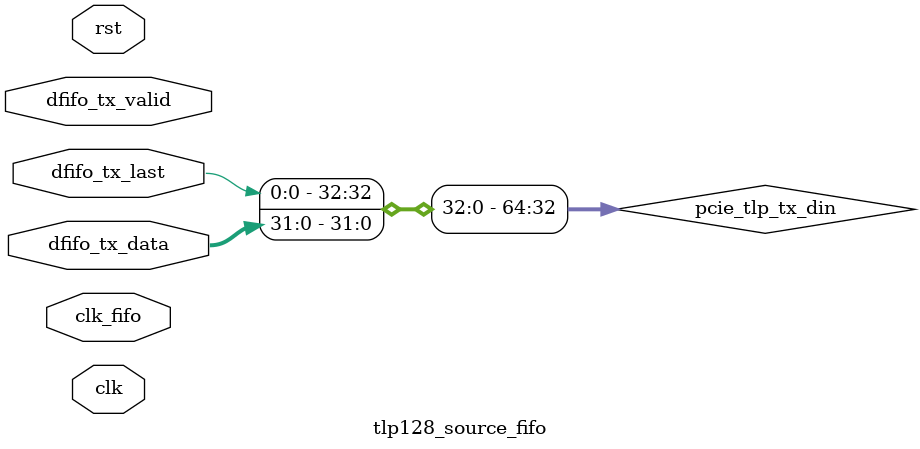
<source format=sv>

`timescale 1ns / 1ps
`include "pcileech_header.svh"

module pcileech_pcie_tlp_a7(
    input                   rst,
    input                   clk_100,            // 100MHz
    input                   clk_pcie,           // 62.5MHz
    IfPCIeFifoTlp.mp_pcie   dfifo,
    
    // PCIe core transmit data (s_axis)
    IfPCIeTlpRxTx.source    tlp_tx,
    IfPCIeTlpRxTx.sink      tlp_rx,
    
    IfCfg_TlpCfg.tlp        cfg_tlpcfg,
    IfTlp64.sink            tlp_static,
    IfShadow2Fifo.tlp       dshadow2fifo,
    IfShadow2Tlp.tlp        dshadow2tlp
    );
    
    // ------------------------------------------------------------------------
    // Convert received TLPs from PCIe core and transmit onwards to FT601
    // FIFO depth: 512 / 64-bits.
    // ------------------------------------------------------------------------
    // pcie_tlp_rx_din[31:0]  = 2st DWORD
    // pcie_tlp_rx_din[32]    = 2st DWORD is LAST in TLP
    // pcie_tlp_rx_din[33]    = 2st DWORD VALID
    // pcie_tlp_tx_din[65:34] = 1nd DWORD
    // pcie_tlp_tx_din[66]    = 1nd DWORD is LAST in TLP
    // pcie_tlp_tx_din[67]    = 1nd DWORD VALID
    // pcie_tlp_rx_suppress   = CfgRdWr packets may optionally kept by logic (not forwarded to rx fifo)
    wire [67:0]     pcie_tlp_rx_din;
    wire            pcie_tlp_rx_almost_full;
    wire [33:0]     pcie_tlp_rx_dout;
    wire            pcie_tlp_rx_dout_i;
    wire            pcie_tlp_rx_filter;
    
    assign pcie_tlp_rx_din[31:0] = tlp_rx.data[63:32];
    assign pcie_tlp_rx_din[32] = tlp_rx.last;
    assign pcie_tlp_rx_din[33] = tlp_rx.keep[7];
    assign pcie_tlp_rx_din[65:34] = tlp_rx.data[31:0];
    assign pcie_tlp_rx_din[66] = tlp_rx.last & ~tlp_rx.keep[7];
    assign pcie_tlp_rx_din[67] = 1'b1;
    assign tlp_rx.ready = ~pcie_tlp_rx_almost_full;
   
    fifo_68_34 i_fifo_pcie_tlp_rx (
        .rst            ( rst                       ),
        .wr_clk         ( clk_pcie                  ),
        .rd_clk         ( clk_100                   ),
        .din            ( pcie_tlp_rx_din           ),
        .wr_en          ( tlp_rx.valid & ~pcie_tlp_rx_filter  ),
        .rd_en          ( dfifo.rx_rd_en            ),
        .dout           ( pcie_tlp_rx_dout          ),
        .almost_full    ( pcie_tlp_rx_almost_full   ),
        .full           (                           ),
        .empty          ( dfifo.rx_empty            ),
        .valid          ( pcie_tlp_rx_dout_i        )
    );
    
    assign dfifo.rx_data     = pcie_tlp_rx_dout[31:0];
    assign dfifo.rx_last     = pcie_tlp_rx_dout[32];
    assign dfifo.rx_valid    = pcie_tlp_rx_dout_i & pcie_tlp_rx_dout[33];
    
    // ------------------------------------------------------------------------
    // PCIe configuration space implementation - snoop received TLPs from PCIe
    // fore for configuration space read requests and forward them onto module
    // for configuration space.
    // ------------------------------------------------------------------------
    IfTlp16 tlp_cpl_cfgspace();
    
    pcileech_pcie_tlptapcfgspace i_pcileech_pcie_tlptapcfgspace (
        .rst            ( rst                       ),
        .clk_100        ( clk_100                   ),
        .clk_pcie       ( clk_pcie                  ),
        .tlp_rx         ( tlp_rx                    ),
        .tlp_tx         ( tlp_cpl_cfgspace          ),
        .tlp_pcie_id    ( cfg_tlpcfg.tlp_pcie_id    ),
        .tlp_pcie_filter  ( pcie_tlp_rx_filter      ),
        .dshadow2fifo   ( dshadow2fifo              ),
        .dshadow2tlp    ( dshadow2tlp               )
    );
        
    // ------------------------------------------------------------------------
    // TX data received from FIFO
    // ------------------------------------------------------------------------
    IfTlp128 fifo_tlp();
    
    tlp128_source_fifo i_tlp128_source_fifo(
        .clk_fifo       ( clk_100                   ),
        .clk            ( clk_pcie                  ),
        .rst            ( rst                       ),
        .dfifo_tx_data  ( dfifo.tx_data             ),
        .dfifo_tx_last  ( dfifo.tx_last             ),
        .dfifo_tx_valid ( dfifo.tx_valid            ),
        .tlp_out        ( fifo_tlp                  )
    );
    
    tlp128_sink_mux1 i_tlp128_sink_mux1(
        .clk            ( clk_pcie                  ),
        .rst            ( rst                       ),
        .tlp_tx         ( tlp_tx                    ),
        .p0             ( fifo_tlp                  ),
        .p1             ( tlp_cpl_cfgspace          ),
        .p2             ( tlp_static                ),
        .pX_en          ( cfg_tlpcfg.tlp_tx_en      )
    );

endmodule



module pcileech_pcie_tlptapcfgspace(
    input                   rst,
    input                   clk_100,            // 100MHz
    input                   clk_pcie,           // 62.5MHz
    
    IfPCIeTlpRxTx.sink      tlp_rx,
    IfTlp16.source          tlp_tx,
    IfShadow2Fifo.tlp       dshadow2fifo,
    IfShadow2Tlp.tlp        dshadow2tlp,
    
    input   [15:0]          tlp_pcie_id,        // PCIe id of this core
    output                  tlp_pcie_filter     // do not forward TLP QWORD to user application
    );
    
    // ------------------------------------------------------------------------
    // INCOMING data to pcie config space - snooped from main TLP AXI stream
    // only act on valid configuration space requests. Read requests should be
    // turned into BRAM read requests.
    // ------------------------------------------------------------------------
    bit  [63:0]     snoop_data_first;   
    wire            snoop_next_first_n = ~rst & tlp_rx.valid & ~tlp_rx.last;      // Next QWORD may be 1st in CfgRdWr TLP. 
    bit             snoop_first_n   = 1'b0;
    bit             snoop_error     = 1'b0;
    wire [127:0]    snoop_data      = { tlp_rx.data, snoop_data_first };
    wire [9:0]      snoop_addr_dw   = snoop_data[75:66];
    wire [31:0]     snoop_data_wr_dw = snoop_data[127:96];
    wire [7:0]      snoop_tag       = snoop_data[47:40];
    wire [3:0]      snoop_be        = {snoop_data[32], snoop_data[33], snoop_data[34], snoop_data[35]};
    wire [15:0]     snoop_requester_id = snoop_data[63:48];
    wire            snoop_valid_rdwr = dshadow2fifo.cfgtlp_en & 
                                    ~rst & tlp_rx.valid & tlp_rx.last & ~snoop_error &
                                    (snoop_data[39:36] == 4'b0000) &            // Last DW BE[3:0] == 0000b
                                    (snoop_data[22:20] == 3'b000) &             // TC[2:0] == 000b
                                    (snoop_data[13:00] == 14'b00000000000001);  // LENGTH = 0000000001b, AT=00b, Attr = 00b
    wire            snoop_valid_rd = snoop_valid_rdwr & 
                                    (snoop_data[31:25] == 7'b0000010);          // Fmt[2:0]=000b (3 DW header, no data), CfgRd0/CfgRd1=0010xb
    wire            snoop_valid_wr = snoop_valid_rdwr & 
                                    (snoop_data[31:25] == 7'b0100010);          // Fmt[2:0]=010b (3 DW header, data), CfgWr0/CfgWr1=0010xb
    // Filter / suppress forwarding of received CfgRdWr TLP packets to user application.
    // This is done to avoid too many config TLPs to be received w/o reading them -
    // since that will clog up the buffers and may cause target OS to freeze.
    bit             cfgtlp_filter         = 1'b0;
    wire            cfgtlp_filter_snoop   = ~snoop_first_n & (tlp_rx.data[29:25] == 5'b00010);  // fast detect cfg packet - Fmt[2:0]=xx0b, CfgRdWr0/CfgRdWr1=0010xb
    assign          tlp_pcie_filter       = dshadow2fifo.cfgtlp_filter & (cfgtlp_filter | cfgtlp_filter_snoop);

    always @ ( posedge clk_pcie )
        begin
            snoop_data_first    <= tlp_rx.data;
            snoop_first_n       <= snoop_next_first_n;
            snoop_error         <= snoop_next_first_n & snoop_first_n;
            cfgtlp_filter       <= snoop_next_first_n & tlp_pcie_filter;
        end
        
    // ------------------------------------------------------------------------
    // TX DATA TO SHADOW CFGSPACE
    // ------------------------------------------------------------------------
    
    wire        fifotx_valid;
    wire        fifotx_tlprd;
    bit  [15:0] fifotx_requester_id;
    always @ ( posedge clk_pcie )
        if ( snoop_valid_rd | snoop_valid_wr )
            fifotx_requester_id <= snoop_requester_id;
  
    fifo_55_55_clk2_tlptapcfgspace i_fifo_55_55_clk2_tlptapcfgspace (
        .rst            ( rst                       ),
        .wr_clk         ( clk_pcie                  ),
        .rd_clk         ( clk_100                   ),
        .din            ( {snoop_valid_rd, snoop_be, snoop_addr_dw, snoop_tag, snoop_data_wr_dw}  ),
        .wr_en          ( snoop_valid_rd | snoop_valid_wr   ),
        .rd_en          ( 1'b1                      ),
        .dout           ( {fifotx_tlprd, dshadow2tlp.rx_be, dshadow2tlp.rx_addr, dshadow2tlp.rx_tag, dshadow2tlp.rx_data} ),    
        .full           (                           ),
        .empty          (                           ),
        .valid          ( fifotx_valid              )
    );
    
    assign dshadow2tlp.rx_rden = fifotx_valid & fifotx_tlprd;
    assign dshadow2tlp.rx_wren = fifotx_valid & ~fifotx_tlprd;
 
    // ------------------------------------------------------------------------
    // RX DATA FROM SHADOW CFGSPACE AND GENERATE TLPs
    // ------------------------------------------------------------------------
    
    wire [7:0]  fiforx_tag;
    wire [31:0] fiforx_data;
    wire        fiforx_tlprd;
    
    fifo_41_41_clk2_tlptapcfgspace i_fifo_41_41_clk2_tlptapcfgspace (
        .rst            ( rst                       ),
        .wr_clk         ( clk_100                   ),
        .rd_clk         ( clk_pcie                  ),
        .din            ( {dshadow2tlp.tx_tlprd, dshadow2tlp.tx_tag, dshadow2tlp.tx_data}   ),
        .wr_en          ( dshadow2tlp.tx_valid      ),
        .rd_en          ( tlp_tx.req_data           ),
        .dout           ( {fiforx_tlprd, fiforx_tag, fiforx_data}   ),    
        .full           (                           ),
        .empty          ( fiforx_empty              ),
        .valid          ( tlp_tx.valid              )
    );
    
    wire [63:0]     cpl_tlp_data_qw1_rd  = { tlp_pcie_id, 16'h0004, 32'b01001010000000000000000000000001 };
    wire [63:0]     cpl_tlp_data_qw1_wr  = { tlp_pcie_id, 16'h0000, 32'b00001010000000000000000000000000 };
    wire [63:0]     cpl_tlp_data_qw2    = { fiforx_data, fifotx_requester_id, fiforx_tag, 8'h00 };
    
    assign tlp_tx.has_data = ~fiforx_empty;
    assign tlp_tx.data = {fiforx_tlprd, 1'b1, cpl_tlp_data_qw2, 2'b10, (fiforx_tlprd ? cpl_tlp_data_qw1_rd : cpl_tlp_data_qw1_wr)};

endmodule



module tlp128_sink_mux1 (
    input                   clk,
    input                   rst,
    IfPCIeTlpRxTx.source    tlp_tx,
    IfTlp128.sink           p0,
    IfTlp16.sink            p1,
    IfTlp64.sink            p2,
    input   [2:0]           pX_en
);
    reg [66 * 18 - 1 : 0]   tlp     = 0;
    
    wire req_data = ~tlp[64] & ~tlp[65] & ~p0.valid & ~p1.valid & ~p2.valid; 
    assign p0.req_data = req_data & pX_en[0] & p0.has_data;
    assign p1.req_data = req_data & pX_en[1] & p1.has_data & ~p0.req_data;
    assign p2.req_data = req_data & pX_en[2] & p2.has_data & ~p0.req_data & ~p1.req_data;
    
    assign tlp_tx.data = tlp[63:0];
    assign tlp_tx.keep = (tlp[64] & ~tlp[65]) ? 8'h0f : 8'hff;
    assign tlp_tx.last = tlp[64];
    assign tlp_tx.valid = tlp_tx.ready & (tlp[64] | tlp[65]);
    
    always @ ( posedge clk )
        if ( rst )
            tlp <= 0;
        else if ( p0.valid )
            tlp <= p0.data;
        else if ( p1.valid )
            tlp <= p1.data;
        else if ( p2.valid )
            tlp <= p2.data;
        else if ( tlp_tx.ready )
            tlp <= (tlp >> 66);
            
endmodule



module tlp128_source_fifo (
    input                   clk_fifo,
    input                   clk,
    input                   rst,
    input [31:0]            dfifo_tx_data,
    input                   dfifo_tx_last,
    input                   dfifo_tx_valid,
    IfTlp128.source         tlp_out
);
    // data ( pcie_tlp_tx_din / tlp_din ) as follows:
    // pcie_tlp_tx_din[31:0]  = 1st DWORD
    // pcie_tlp_tx_din[63:32] = 2nd DWORD
    // pcie_tlp_tx_din[64]    = Last DWORD in TLP
    // pcie_tlp_tx_din[65]    = 2nd DWORD is valid
    wire [65:0]     pcie_tlp_tx_din;
    wire            pcie_tlp_tx_wren;
    reg [31:0]      d_pcie_tlp_tx_data;
    reg             d_pcie_tlp_tx_valid = 1'b0;
    
    assign pcie_tlp_tx_din[31:0] = d_pcie_tlp_tx_valid ? d_pcie_tlp_tx_data : dfifo_tx_data;
    assign pcie_tlp_tx_din[63:32] = dfifo_tx_data;
    assign pcie_tlp_tx_din[64] = dfifo_tx_last;
    assign pcie_tlp_tx_din[65] = d_pcie_tlp_tx_valid;
    assign pcie_tlp_tx_wren = dfifo_tx_valid & ( dfifo_tx_last | d_pcie_tlp_tx_valid );
    
    always @ ( posedge clk_fifo )
        if( rst )
            d_pcie_tlp_tx_valid <= 1'b0;
        else if ( dfifo_tx_valid )
            begin
                d_pcie_tlp_tx_data <= dfifo_tx_data;
                d_pcie_tlp_tx_valid <= ~pcie_tlp_tx_wren;
            end
            
    wire [65:0]     tlp_din;
    wire            tlp_din_valid;
    wire            tlp_din_rd_en;
    
    fifo_66_66 i_fifo_66_66_clk2(
        .rst            ( rst                       ),
        .wr_clk         ( clk_fifo                  ),
        .rd_clk         ( clk                       ),
        .din            ( pcie_tlp_tx_din           ),
        .wr_en          ( pcie_tlp_tx_wren          ),
        .rd_en          ( tlp_din_rd_en             ),
        .dout           ( tlp_din                   ),
        .almost_full    (                           ),
        .full           (                           ),
        .empty          (                           ),
        .valid          ( tlp_din_valid             )
    );
 
    reg [66 * 18 - 1 : 0]   tlp             = 0;
    reg [10:0]              tlp_base        = 0;
    reg                     tlp_complete    = 0;
    reg                     tlp_error       = 0;
    reg                     tlp_valid       = 0;
    
    assign tlp_din_rd_en = ~tlp_complete & ~(tlp_din_valid & tlp_din[64]);
    
    assign tlp_out.data = tlp;
    assign tlp_out.valid = tlp_valid;
    assign tlp_out.has_data = tlp_complete;
    
    always @ ( posedge clk )
        if ( rst | tlp_valid | (tlp_error & tlp_din[64]) )
            begin
                tlp <= 0;
                tlp_base <= 0;
                tlp_complete <= 0;
                tlp_error <= 0;
                tlp_valid <= 0;
            end
        else
            begin
                if ( tlp_complete & tlp_out.req_data )
                    tlp_valid <= 1'b1;
                if ( tlp_din_valid & ~tlp_error )
                    begin
                        tlp[tlp_base+:66] <= tlp_din;
                        if ( tlp_din[64] )
                            tlp_complete <= 1'b1;
                        else if ( tlp_base == 66 * 17 )
                            tlp_error <= 1'b1;
                        else
                            tlp_base <= tlp_base + 66;
                    end
            end

endmodule

</source>
